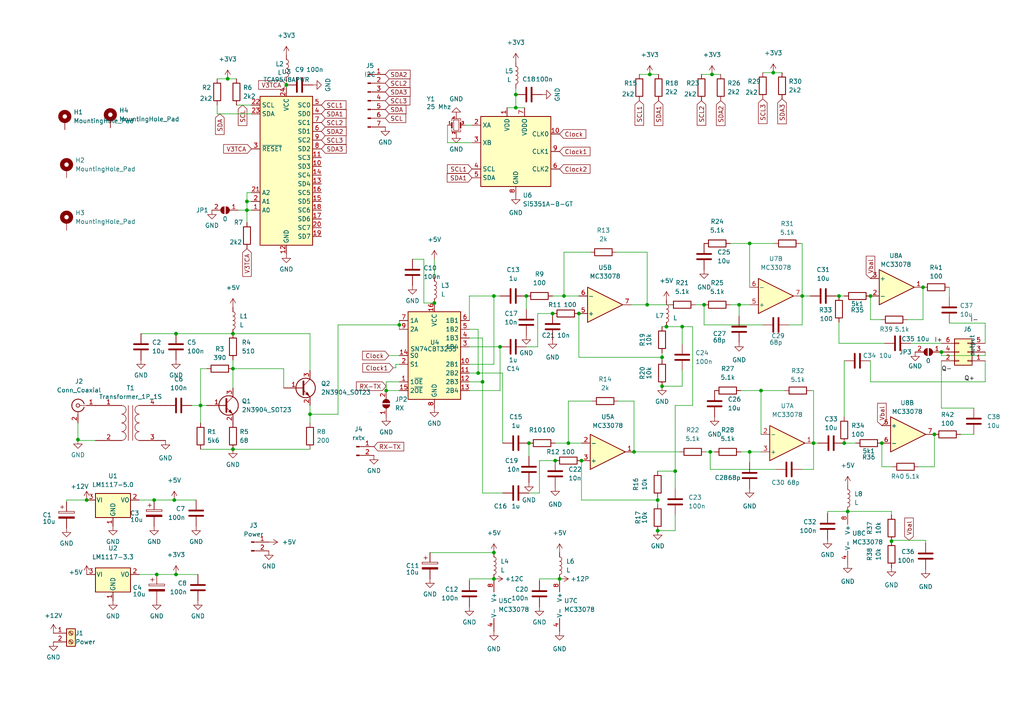
<source format=kicad_sch>
(kicad_sch (version 20230121) (generator eeschema)
  (paper "A4")
  (junction (at 217.424 70.612))
  (junction (at 160.274 90.932))
  (junction (at 164.846 128.524))
  (junction (at 187.706 88.392))
  (junction (at 188.468 21.59))
  (junction (at 67.564 106.934))
  (junction (at 149.606 27.432))
  (junction (at 149.606 31.242))
  (junction (at 66.04 22.86))
  (junction (at 58.166 117.602))
  (junction (at 192.024 112.014))
  (junction (at 197.866 94.742))
  (junction (at 205.994 131.064))
  (junction (at 115.824 94.234))
  (junction (at 67.564 130.302))
  (junction (at 190.754 145.034))
  (junction (at 224.282 21.082))
  (junction (at 71.628 60.96))
  (junction (at 44.704 145.034))
  (junction (at 273.05 102.108))
  (junction (at 67.564 96.774))
  (junction (at 89.916 120.142))
  (junction (at 153.416 128.524))
  (junction (at 220.726 113.284))
  (junction (at 245.872 148.336))
  (junction (at 71.628 58.42))
  (junction (at 51.054 96.774))
  (junction (at 112.014 113.284))
  (junction (at 25.146 145.034))
  (junction (at 232.664 85.852))
  (junction (at 204.216 88.392))
  (junction (at 244.856 128.524))
  (junction (at 192.024 103.632))
  (junction (at 145.034 100.584))
  (junction (at 161.036 133.604))
  (junction (at 193.294 94.742))
  (junction (at 163.576 85.852))
  (junction (at 217.424 131.064))
  (junction (at 190.754 153.924))
  (junction (at 143.256 160.274))
  (junction (at 139.954 110.744))
  (junction (at 255.778 128.524))
  (junction (at 50.546 145.034))
  (junction (at 125.984 87.884))
  (junction (at 143.256 85.852))
  (junction (at 206.502 21.59))
  (junction (at 243.332 85.852))
  (junction (at 258.572 156.972))
  (junction (at 83.058 24.638))
  (junction (at 45.466 166.624))
  (junction (at 138.684 108.204))
  (junction (at 167.894 90.932))
  (junction (at 152.654 85.852))
  (junction (at 235.966 128.524))
  (junction (at 267.716 83.312))
  (junction (at 168.656 133.604))
  (junction (at 143.256 167.894))
  (junction (at 51.054 166.624))
  (junction (at 195.834 136.652))
  (junction (at 271.018 125.984))
  (junction (at 162.306 167.894))
  (junction (at 252.476 85.852))
  (junction (at 214.376 88.392))
  (junction (at 183.896 131.064))
  (junction (at 22.606 127.508))
  (wire (pts (xy 217.424 70.612) (xy 217.424 83.312)))
  (wire (pts (xy 183.896 131.064) (xy 197.104 131.064)))
  (wire (pts (xy 268.478 157.48) (xy 268.478 156.718)))
  (wire (pts (xy 205.994 131.064) (xy 207.264 131.064)))
  (wire (pts (xy 188.468 21.59) (xy 191.008 21.59)))
  (wire (pts (xy 235.966 128.524) (xy 237.236 128.524)))
  (wire (pts (xy 136.144 108.204) (xy 138.684 108.204)))
  (wire (pts (xy 55.626 117.602) (xy 58.166 117.602)))
  (wire (pts (xy 155.956 100.584) (xy 155.956 90.932)))
  (wire (pts (xy 187.706 73.152) (xy 187.706 88.392)))
  (wire (pts (xy 243.332 93.472) (xy 243.332 99.568)))
  (wire (pts (xy 195.834 117.602) (xy 200.914 117.602)))
  (wire (pts (xy 164.846 128.524) (xy 168.656 128.524)))
  (wire (pts (xy 163.576 73.152) (xy 163.576 85.852)))
  (wire (pts (xy 83.058 24.638) (xy 83.058 25.4)))
  (wire (pts (xy 285.75 110.744) (xy 285.75 104.648)))
  (wire (pts (xy 115.824 110.744) (xy 112.014 110.744)))
  (wire (pts (xy 136.144 105.664) (xy 143.256 105.664)))
  (wire (pts (xy 98.044 94.234) (xy 98.044 120.142)))
  (wire (pts (xy 145.034 113.284) (xy 145.034 100.584)))
  (wire (pts (xy 197.866 99.822) (xy 197.866 94.742)))
  (wire (pts (xy 204.724 131.064) (xy 205.994 131.064)))
  (wire (pts (xy 193.294 94.742) (xy 192.024 94.742)))
  (wire (pts (xy 67.564 106.934) (xy 82.296 106.934)))
  (wire (pts (xy 243.332 99.568) (xy 256.54 99.568)))
  (wire (pts (xy 214.376 91.694) (xy 214.376 88.392)))
  (wire (pts (xy 252.476 85.852) (xy 252.476 92.71)))
  (wire (pts (xy 143.256 85.852) (xy 145.034 85.852)))
  (wire (pts (xy 162.306 167.894) (xy 156.464 167.894)))
  (wire (pts (xy 255.524 92.71) (xy 252.476 92.71)))
  (wire (pts (xy 171.704 116.332) (xy 164.846 116.332)))
  (wire (pts (xy 67.564 104.394) (xy 67.564 106.934)))
  (wire (pts (xy 71.628 58.42) (xy 71.628 60.96)))
  (wire (pts (xy 98.044 120.142) (xy 89.916 120.142)))
  (wire (pts (xy 201.676 88.392) (xy 204.216 88.392)))
  (wire (pts (xy 161.036 128.524) (xy 164.846 128.524)))
  (wire (pts (xy 82.296 106.934) (xy 82.296 112.522)))
  (wire (pts (xy 156.464 167.894) (xy 156.464 168.402)))
  (wire (pts (xy 214.884 113.284) (xy 220.726 113.284)))
  (wire (pts (xy 156.464 133.604) (xy 161.036 133.604)))
  (wire (pts (xy 168.656 133.604) (xy 168.656 145.034)))
  (wire (pts (xy 114.808 105.664) (xy 114.808 106.68)))
  (wire (pts (xy 134.874 36.322) (xy 136.906 36.322)))
  (wire (pts (xy 192.024 112.014) (xy 197.866 112.014)))
  (wire (pts (xy 145.796 143.002) (xy 139.954 143.002)))
  (wire (pts (xy 285.75 103.124) (xy 273.05 103.124)))
  (wire (pts (xy 224.536 70.612) (xy 217.424 70.612)))
  (wire (pts (xy 138.684 108.204) (xy 145.796 108.204)))
  (wire (pts (xy 232.664 85.852) (xy 234.95 85.852)))
  (wire (pts (xy 160.274 85.852) (xy 163.576 85.852)))
  (wire (pts (xy 244.856 128.524) (xy 248.158 128.524)))
  (wire (pts (xy 211.836 88.392) (xy 214.376 88.392)))
  (wire (pts (xy 62.992 33.02) (xy 72.898 33.02)))
  (wire (pts (xy 267.716 92.71) (xy 267.716 83.312)))
  (wire (pts (xy 155.956 90.932) (xy 160.274 90.932)))
  (wire (pts (xy 179.324 116.332) (xy 183.896 116.332)))
  (wire (pts (xy 22.606 127.762) (xy 27.686 127.762)))
  (wire (pts (xy 221.234 94.234) (xy 204.216 94.234)))
  (wire (pts (xy 147.066 31.242) (xy 149.606 31.242)))
  (wire (pts (xy 149.606 31.242) (xy 152.146 31.242)))
  (wire (pts (xy 271.018 135.382) (xy 271.018 125.984)))
  (wire (pts (xy 258.572 156.718) (xy 258.572 156.972)))
  (wire (pts (xy 242.57 85.852) (xy 243.332 85.852)))
  (wire (pts (xy 112.014 110.744) (xy 112.014 113.284)))
  (wire (pts (xy 227.584 113.284) (xy 220.726 113.284)))
  (wire (pts (xy 66.04 22.86) (xy 68.58 22.86)))
  (wire (pts (xy 228.854 94.234) (xy 232.664 94.234)))
  (wire (pts (xy 153.416 143.002) (xy 156.464 143.002)))
  (wire (pts (xy 240.03 148.336) (xy 240.03 148.844)))
  (wire (pts (xy 89.916 107.442) (xy 89.916 96.774)))
  (wire (pts (xy 71.628 55.88) (xy 71.628 58.42)))
  (wire (pts (xy 114.808 106.68) (xy 114.046 106.68)))
  (wire (pts (xy 178.816 73.152) (xy 187.706 73.152)))
  (wire (pts (xy 171.196 73.152) (xy 163.576 73.152)))
  (wire (pts (xy 235.204 113.284) (xy 235.966 113.284)))
  (wire (pts (xy 164.846 116.332) (xy 164.846 128.524)))
  (wire (pts (xy 115.824 103.124) (xy 112.776 103.124)))
  (wire (pts (xy 252.476 104.648) (xy 252.476 110.744)))
  (wire (pts (xy 192.024 103.632) (xy 167.894 103.632)))
  (wire (pts (xy 156.464 143.002) (xy 156.464 133.604)))
  (wire (pts (xy 139.954 110.744) (xy 139.954 98.044)))
  (wire (pts (xy 22.606 127.508) (xy 22.606 127.762)))
  (wire (pts (xy 136.144 110.744) (xy 139.954 110.744)))
  (wire (pts (xy 50.546 145.034) (xy 56.896 145.034)))
  (wire (pts (xy 136.144 167.894) (xy 143.256 167.894)))
  (wire (pts (xy 285.75 102.108) (xy 285.75 103.124)))
  (wire (pts (xy 58.166 130.302) (xy 67.564 130.302)))
  (wire (pts (xy 149.606 25.654) (xy 149.606 27.432)))
  (wire (pts (xy 167.894 103.632) (xy 167.894 90.932)))
  (wire (pts (xy 195.834 136.652) (xy 195.834 117.602)))
  (wire (pts (xy 263.144 92.71) (xy 267.716 92.71)))
  (wire (pts (xy 115.824 94.234) (xy 115.824 95.504)))
  (wire (pts (xy 217.424 131.064) (xy 220.726 131.064)))
  (wire (pts (xy 252.476 110.744) (xy 285.75 110.744)))
  (wire (pts (xy 62.992 30.48) (xy 62.992 33.02)))
  (wire (pts (xy 51.054 166.624) (xy 57.404 166.624)))
  (wire (pts (xy 285.75 93.726) (xy 285.75 99.568)))
  (wire (pts (xy 112.014 113.284) (xy 115.824 113.284)))
  (wire (pts (xy 19.304 145.034) (xy 25.146 145.034)))
  (wire (pts (xy 138.684 108.204) (xy 138.684 95.504)))
  (wire (pts (xy 153.416 128.524) (xy 153.416 132.334)))
  (wire (pts (xy 125.984 87.884) (xy 122.936 87.884)))
  (wire (pts (xy 139.954 143.002) (xy 139.954 110.744)))
  (wire (pts (xy 258.572 148.336) (xy 245.872 148.336)))
  (wire (pts (xy 258.572 149.352) (xy 258.572 148.336)))
  (wire (pts (xy 214.376 88.392) (xy 217.424 88.392)))
  (wire (pts (xy 232.664 70.612) (xy 232.664 85.852)))
  (wire (pts (xy 40.386 166.624) (xy 45.466 166.624)))
  (wire (pts (xy 40.894 96.774) (xy 51.054 96.774)))
  (wire (pts (xy 264.16 99.568) (xy 273.05 99.568)))
  (wire (pts (xy 19.304 145.542) (xy 19.304 145.034)))
  (wire (pts (xy 278.638 125.984) (xy 282.448 125.984)))
  (wire (pts (xy 71.628 64.516) (xy 71.628 60.96)))
  (wire (pts (xy 89.916 96.774) (xy 67.564 96.774)))
  (wire (pts (xy 195.834 153.924) (xy 195.834 149.352)))
  (wire (pts (xy 211.836 70.612) (xy 217.424 70.612)))
  (wire (pts (xy 190.754 136.652) (xy 195.834 136.652)))
  (wire (pts (xy 124.714 160.274) (xy 143.256 160.274)))
  (wire (pts (xy 145.034 100.584) (xy 136.144 100.584)))
  (wire (pts (xy 58.166 106.934) (xy 59.944 106.934)))
  (wire (pts (xy 22.606 122.682) (xy 22.606 127.508)))
  (wire (pts (xy 192.024 102.362) (xy 192.024 103.632)))
  (wire (pts (xy 190.754 144.272) (xy 190.754 145.034)))
  (wire (pts (xy 69.088 60.96) (xy 71.628 60.96)))
  (wire (pts (xy 114.808 105.664) (xy 115.824 105.664)))
  (wire (pts (xy 115.824 94.234) (xy 98.044 94.234)))
  (wire (pts (xy 83.058 23.622) (xy 83.058 24.638)))
  (wire (pts (xy 136.144 113.284) (xy 145.034 113.284)))
  (wire (pts (xy 138.684 95.504) (xy 136.144 95.504)))
  (wire (pts (xy 197.866 94.742) (xy 193.294 94.742)))
  (wire (pts (xy 275.336 93.726) (xy 285.75 93.726)))
  (wire (pts (xy 45.466 166.624) (xy 51.054 166.624)))
  (wire (pts (xy 282.448 118.364) (xy 273.05 118.364)))
  (wire (pts (xy 67.564 106.934) (xy 67.564 112.522)))
  (wire (pts (xy 58.166 117.602) (xy 58.166 122.682)))
  (wire (pts (xy 243.332 85.852) (xy 244.856 85.852)))
  (wire (pts (xy 183.896 116.332) (xy 183.896 131.064)))
  (wire (pts (xy 192.024 103.632) (xy 192.024 104.394)))
  (wire (pts (xy 214.884 131.064) (xy 217.424 131.064)))
  (wire (pts (xy 195.834 141.732) (xy 195.834 136.652)))
  (wire (pts (xy 136.144 85.852) (xy 143.256 85.852)))
  (wire (pts (xy 217.424 134.112) (xy 217.424 131.064)))
  (wire (pts (xy 187.706 88.392) (xy 194.056 88.392)))
  (wire (pts (xy 197.866 112.014) (xy 197.866 107.442)))
  (wire (pts (xy 244.856 120.904) (xy 244.856 104.648)))
  (wire (pts (xy 122.936 87.884) (xy 122.936 75.184)))
  (wire (pts (xy 273.05 103.124) (xy 273.05 102.108)))
  (wire (pts (xy 136.144 168.402) (xy 136.144 167.894)))
  (wire (pts (xy 266.446 135.382) (xy 271.018 135.382)))
  (wire (pts (xy 152.654 85.852) (xy 152.654 89.662)))
  (wire (pts (xy 224.282 21.082) (xy 226.822 21.082)))
  (wire (pts (xy 204.216 94.234) (xy 204.216 88.392)))
  (wire (pts (xy 220.726 113.284) (xy 220.726 125.984)))
  (wire (pts (xy 255.778 128.524) (xy 255.778 135.382)))
  (wire (pts (xy 275.336 83.312) (xy 275.336 86.106)))
  (wire (pts (xy 232.664 94.234) (xy 232.664 85.852)))
  (wire (pts (xy 58.166 117.602) (xy 58.166 106.934)))
  (wire (pts (xy 258.826 135.382) (xy 255.778 135.382)))
  (wire (pts (xy 232.156 70.612) (xy 232.664 70.612)))
  (wire (pts (xy 235.966 113.284) (xy 235.966 128.524)))
  (wire (pts (xy 206.502 21.59) (xy 209.042 21.59)))
  (wire (pts (xy 190.754 153.924) (xy 195.834 153.924)))
  (wire (pts (xy 190.754 145.034) (xy 190.754 146.304)))
  (wire (pts (xy 143.256 105.664) (xy 143.256 85.852)))
  (wire (pts (xy 273.05 118.364) (xy 273.05 104.648)))
  (wire (pts (xy 136.144 92.964) (xy 136.144 85.852)))
  (wire (pts (xy 51.054 96.774) (xy 67.564 96.774)))
  (wire (pts (xy 122.936 75.184) (xy 119.634 75.184)))
  (wire (pts (xy 44.704 145.034) (xy 50.546 145.034)))
  (wire (pts (xy 185.42 21.59) (xy 188.468 21.59)))
  (wire (pts (xy 125.984 75.184) (xy 125.984 80.264)))
  (wire (pts (xy 268.478 156.718) (xy 258.572 156.718)))
  (wire (pts (xy 62.992 22.86) (xy 66.04 22.86)))
  (wire (pts (xy 40.386 145.034) (xy 44.704 145.034)))
  (wire (pts (xy 200.914 94.742) (xy 197.866 94.742)))
  (wire (pts (xy 183.134 88.392) (xy 187.706 88.392)))
  (wire (pts (xy 115.824 92.964) (xy 115.824 94.234)))
  (wire (pts (xy 129.794 36.322) (xy 129.794 41.402)))
  (wire (pts (xy 89.916 120.142) (xy 89.916 122.682)))
  (wire (pts (xy 200.914 117.602) (xy 200.914 94.742)))
  (wire (pts (xy 163.576 85.852) (xy 167.894 85.852)))
  (wire (pts (xy 67.564 130.302) (xy 89.916 130.302)))
  (wire (pts (xy 149.606 27.432) (xy 149.606 31.242)))
  (wire (pts (xy 203.454 21.59) (xy 206.502 21.59)))
  (wire (pts (xy 58.166 117.602) (xy 59.944 117.602)))
  (wire (pts (xy 152.654 100.584) (xy 155.956 100.584)))
  (wire (pts (xy 205.994 136.144) (xy 205.994 131.064)))
  (wire (pts (xy 145.796 108.204) (xy 145.796 128.524)))
  (wire (pts (xy 235.966 136.144) (xy 235.966 128.524)))
  (wire (pts (xy 225.044 136.144) (xy 205.994 136.144)))
  (wire (pts (xy 245.872 148.336) (xy 240.03 148.336)))
  (wire (pts (xy 232.664 136.144) (xy 235.966 136.144)))
  (wire (pts (xy 168.656 145.034) (xy 190.754 145.034)))
  (wire (pts (xy 139.954 98.044) (xy 136.144 98.044)))
  (wire (pts (xy 72.898 58.42) (xy 71.628 58.42)))
  (wire (pts (xy 129.794 41.402) (xy 136.906 41.402)))
  (wire (pts (xy 221.234 21.082) (xy 224.282 21.082)))
  (wire (pts (xy 72.898 55.88) (xy 71.628 55.88)))
  (wire (pts (xy 71.628 60.96) (xy 72.898 60.96)))
  (wire (pts (xy 68.58 30.48) (xy 72.898 30.48)))
  (wire (pts (xy 89.916 117.602) (xy 89.916 120.142)))
  (label "Q-" (at 273.05 107.95 0))
  (label "I+" (at 271.018 99.568 0))
  (label "I-" (at 281.432 93.726 0))
  (label "Q+" (at 279.654 110.744 0))
  (global_label "SCL" (shape input) (at 70.358 30.48 270) (property "Intersheetrefs" "${INTERSHEET_REFS}" (effects hide)))
  (global_label "SCL1" (shape input) (at 185.42 29.21 270) (property "Intersheetrefs" "${INTERSHEET_REFS}" (effects hide)))
  (global_label "SDA1" (shape input) (at 136.906 51.562 180) (property "Intersheetrefs" "${INTERSHEET_REFS}" (effects hide)))
  (global_label "Vbal" (shape input) (at 255.778 123.444 90) (property "Intersheetrefs" "${INTERSHEET_REFS}" (effects hide)))
  (global_label "Clock1" (shape input) (at 162.306 43.942 0) (property "Intersheetrefs" "${INTERSHEET_REFS}" (effects hide)))
  (global_label "Clock2" (shape input) (at 162.306 49.022 0) (property "Intersheetrefs" "${INTERSHEET_REFS}" (effects hide)))
  (global_label "RX-TX" (shape input) (at 112.014 112.014 180) (property "Intersheetrefs" "${INTERSHEET_REFS}" (effects hide)))
  (global_label "SCL3" (shape input) (at 93.218 40.64 0) (property "Intersheetrefs" "${INTERSHEET_REFS}" (effects hide)))
  (global_label "V3TCA" (shape input) (at 71.628 72.136 270) (property "Intersheetrefs" "${INTERSHEET_REFS}" (effects hide)))
  (global_label "SCL2" (shape input) (at 203.454 29.21 270) (property "Intersheetrefs" "${INTERSHEET_REFS}" (effects hide)))
  (global_label "SDA" (shape input) (at 63.754 33.02 270) (property "Intersheetrefs" "${INTERSHEET_REFS}" (effects hide)))
  (global_label "SDA3" (shape input) (at 93.218 43.18 0) (property "Intersheetrefs" "${INTERSHEET_REFS}" (effects hide)))
  (global_label "RX-TX" (shape input) (at 108.458 129.54 0) (property "Intersheetrefs" "${INTERSHEET_REFS}" (effects hide)))
  (global_label "SDA2" (shape input) (at 111.76 21.59 0) (property "Intersheetrefs" "${INTERSHEET_REFS}" (effects hide)))
  (global_label "SDA3" (shape input) (at 111.76 26.67 0) (property "Intersheetrefs" "${INTERSHEET_REFS}" (effects hide)))
  (global_label "V3TCA" (shape input) (at 83.058 24.638 180) (property "Intersheetrefs" "${INTERSHEET_REFS}" (effects hide)))
  (global_label "SCL2" (shape input) (at 93.218 35.56 0) (property "Intersheetrefs" "${INTERSHEET_REFS}" (effects hide)))
  (global_label "SCL1" (shape input) (at 93.218 30.48 0) (property "Intersheetrefs" "${INTERSHEET_REFS}" (effects hide)))
  (global_label "Vbal" (shape input) (at 263.652 156.718 90) (property "Intersheetrefs" "${INTERSHEET_REFS}" (effects hide)))
  (global_label "SDA" (shape input) (at 111.76 31.75 0) (property "Intersheetrefs" "${INTERSHEET_REFS}" (effects hide)))
  (global_label "Clock1" (shape input) (at 114.046 106.68 180) (property "Intersheetrefs" "${INTERSHEET_REFS}" (effects hide)))
  (global_label "SDA2" (shape input) (at 93.218 38.1 0) (property "Intersheetrefs" "${INTERSHEET_REFS}" (effects hide)))
  (global_label "SDA2" (shape input) (at 209.042 29.21 270) (property "Intersheetrefs" "${INTERSHEET_REFS}" (effects hide)))
  (global_label "Clock" (shape input) (at 162.306 38.862 0) (property "Intersheetrefs" "${INTERSHEET_REFS}" (effects hide)))
  (global_label "Vbal" (shape input) (at 252.476 80.772 90) (property "Intersheetrefs" "${INTERSHEET_REFS}" (effects hide)))
  (global_label "SCL3" (shape input) (at 111.76 29.21 0) (property "Intersheetrefs" "${INTERSHEET_REFS}" (effects hide)))
  (global_label "SDA1" (shape input) (at 191.008 29.21 270) (property "Intersheetrefs" "${INTERSHEET_REFS}" (effects hide)))
  (global_label "V3TCA" (shape input) (at 72.898 43.18 180) (property "Intersheetrefs" "${INTERSHEET_REFS}" (effects hide)))
  (global_label "SDA3" (shape input) (at 226.822 28.702 270) (property "Intersheetrefs" "${INTERSHEET_REFS}" (effects hide)))
  (global_label "SCL2" (shape input) (at 111.76 24.13 0) (property "Intersheetrefs" "${INTERSHEET_REFS}" (effects hide)))
  (global_label "SCL" (shape input) (at 111.76 34.29 0) (property "Intersheetrefs" "${INTERSHEET_REFS}" (effects hide)))
  (global_label "SDA1" (shape input) (at 93.218 33.02 0) (property "Intersheetrefs" "${INTERSHEET_REFS}" (effects hide)))
  (global_label "Clock" (shape input) (at 112.776 103.124 180) (property "Intersheetrefs" "${INTERSHEET_REFS}" (effects hide)))
  (global_label "SCL3" (shape input) (at 221.234 28.702 270) (property "Intersheetrefs" "${INTERSHEET_REFS}" (effects hide)))
  (global_label "SCL1" (shape input) (at 136.906 49.022 180) (property "Intersheetrefs" "${INTERSHEET_REFS}" (effects hide)))
  (symbol (lib_id "power:+5V") (at 193.294 87.122 0) (unit 1)
    (property "Reference" "#PWR054" (effects hide))
    (property "Value" "+5V" (at 193.294 81.407 0))
  )
  (symbol (lib_id "Device:C_Polarized") (at 44.704 148.844 0) (unit 1)
    (property "Reference" "C3" (at 37.719 148.844 0) (effects (justify left)))
    (property "Value" "10u" (at 37.719 150.749 0) (effects (justify left)))
    (property "Footprint" "Capacitor_THT:C_Radial_D10.0mm_H12.5mm_P5.00mm" (effects hide))
  )
  (symbol (lib_id "Device:C") (at 268.478 161.29 0) (mirror x) (unit 1)
    (property "Reference" "C36" (at 265.303 160.0199 0) (effects (justify right)))
    (property "Value" "100n" (at 265.303 162.5599 0) (effects (justify right)))
    (property "Footprint" "Capacitor_SMD:C_0805_2012Metric" (effects hide))
  )
  (symbol (lib_id "Device:C") (at 248.666 104.648 90) (unit 1)
    (property "Reference" "C34" (at 252.222 103.124 90))
    (property "Value" "10u" (at 256.794 103.124 90))
    (property "Footprint" "Capacitor_SMD:C_0805_2012Metric" (effects hide))
  )
  (symbol (lib_id "power:GND") (at 143.256 183.134 0) (unit 1)
    (property "Reference" "#PWR039" (effects hide))
    (property "Value" "GND" (at 143.256 188.214 0))
  )
  (symbol (lib_id "Jumper:SolderJumper_2_Open") (at 112.014 117.094 90) (unit 1)
    (property "Reference" "JP2" (at 114.554 115.8239 90) (effects (justify right)))
    (property "Value" "RX" (at 114.554 118.3639 90) (effects (justify right)))
    (property "Footprint" "Jumper:SolderJumper-2_P1.3mm_Open_Pad1.0x1.5mm" (effects hide))
  )
  (symbol (lib_id "Oscillator:Si5351A-B-GT") (at 149.606 43.942 0) (unit 1)
    (property "Reference" "U6" (at 151.6254 56.642 0) (effects (justify left)))
    (property "Value" "Si5351A-B-GT" (at 151.6254 59.182 0) (effects (justify left)))
    (property "Footprint" "Package_SO:MSOP-10_3x3mm_P0.5mm" (effects hide))
    (property "Datasheet" "https://www.silabs.com/documents/public/data-sheets/Si5351-B.pdf" (effects hide))
  )
  (symbol (lib_id "power:GND") (at 149.606 56.642 0) (unit 1)
    (property "Reference" "#PWR041" (effects hide))
    (property "Value" "GND" (at 149.606 61.722 0))
  )
  (symbol (lib_id "Device:C") (at 225.044 94.234 90) (unit 1)
    (property "Reference" "C29" (at 225.679 97.409 90))
    (property "Value" "68p" (at 225.044 99.314 90))
    (property "Footprint" "Capacitor_SMD:C_0805_2012Metric" (effects hide))
  )
  (symbol (lib_id "Device:C") (at 119.634 78.994 180) (unit 1)
    (property "Reference" "C10" (at 122.809 77.7239 0) (effects (justify right)))
    (property "Value" "100n" (at 122.809 80.2639 0) (effects (justify right)))
    (property "Footprint" "Capacitor_SMD:C_0805_2012Metric" (effects hide))
  )
  (symbol (lib_id "power:+3.3V") (at 206.502 21.59 0) (unit 1)
    (property "Reference" "#PWR056" (effects hide))
    (property "Value" "+3.3V" (at 206.502 15.875 0))
  )
  (symbol (lib_id "power:GND") (at 207.264 120.904 0) (unit 1)
    (property "Reference" "#PWR057" (effects hide))
    (property "Value" "GND" (at 207.264 125.984 0))
  )
  (symbol (lib_id "Analog_Switch:SN74CBT3253") (at 125.984 103.124 0) (unit 1)
    (property "Reference" "U4" (at 124.714 99.314 0) (effects (justify left)))
    (property "Value" "SN74CBT3253" (at 118.999 101.219 0) (effects (justify left)))
    (property "Footprint" "Package_SO:TSSOP-16_4.4x5mm_P0.65mm" (effects hide))
    (property "Datasheet" "http://www.ti.com/lit/gpn/sn74cbt3253" (effects hide))
  )
  (symbol (lib_id "power:GND") (at 45.466 174.244 0) (unit 1)
    (property "Reference" "#PWR011" (effects hide))
    (property "Value" "GND" (at 45.466 178.689 0))
  )
  (symbol (lib_id "power:GND") (at 32.766 152.654 0) (unit 1)
    (property "Reference" "#PWR07" (effects hide))
    (property "Value" "GND" (at 32.766 157.099 0))
  )
  (symbol (lib_id "Device:C") (at 149.606 143.002 270) (unit 1)
    (property "Reference" "C16" (at 145.161 146.812 90))
    (property "Value" "1u" (at 149.606 146.812 90))
    (property "Footprint" "Capacitor_SMD:C_0805_2012Metric" (effects hide))
  )
  (symbol (lib_id "power:+3.3V") (at 149.606 18.034 0) (unit 1)
    (property "Reference" "#PWR040" (effects hide))
    (property "Value" "+3.3V" (at 149.606 12.319 0))
  )
  (symbol (lib_id "power:GND") (at 51.054 104.394 0) (unit 1)
    (property "Reference" "#PWR014" (effects hide))
    (property "Value" "GND" (at 51.054 108.839 0))
  )
  (symbol (lib_id "power:GND") (at 90.678 24.638 90) (mirror x) (unit 1)
    (property "Reference" "#PWR026" (effects hide))
    (property "Value" "GND" (at 95.123 24.638 0))
  )
  (symbol (lib_id "Connector_Generic:Conn_02x03_Odd_Even") (at 280.67 102.108 180) (unit 1)
    (property "Reference" "J6" (at 279.4 95.504 0) (effects (justify right)))
    (property "Value" "output" (at 281.94 103.3779 90) (effects (justify right)))
    (property "Footprint" "Connector_PinHeader_2.54mm:PinHeader_2x03_P2.54mm_Vertical" (effects hide))
  )
  (symbol (lib_id "Amplifier_Operational:MC33078") (at 176.276 131.064 0) (mirror x) (unit 1)
    (property "Reference" "U5" (at 176.276 120.904 0))
    (property "Value" "MC33078" (at 176.276 123.444 0))
    (property "Footprint" "Package_SO:SO-8_3.9x4.9mm_P1.27mm" (effects hide))
    (property "Datasheet" "https://www.onsemi.com/pub/Collateral/MC33078-D.PDF" (effects hide))
  )
  (symbol (lib_id "tube:2N3904_SOT23") (at 87.376 112.522 0) (unit 1)
    (property "Reference" "Q2" (at 93.091 111.2519 0) (effects (justify left)))
    (property "Value" "2N3904_SOT23" (at 93.091 113.7919 0) (effects (justify left)))
    (property "Footprint" "Package_TO_SOT_SMD:SOT-23" (effects hide))
  )
  (symbol (lib_id "Device:R") (at 68.58 26.67 0) (unit 1)
    (property "Reference" "R6" (at 70.485 25.3999 0) (effects (justify left)))
    (property "Value" "2k2" (at 70.485 27.9399 0) (effects (justify left)))
    (property "Footprint" "Resistor_SMD:R_0805_2012Metric" (effects hide))
  )
  (symbol (lib_id "Device:R") (at 209.042 25.4 0) (unit 1)
    (property "Reference" "R26" (at 210.947 24.1299 0) (effects (justify left)))
    (property "Value" "2k2" (at 210.947 26.6699 0) (effects (justify left)))
    (property "Footprint" "Resistor_SMD:R_0805_2012Metric" (effects hide))
  )
  (symbol (lib_id "power:+5V") (at 67.564 89.154 0) (unit 1)
    (property "Reference" "#PWR020" (effects hide))
    (property "Value" "+5V" (at 67.564 83.439 0))
  )
  (symbol (lib_id "power:+3.3V") (at 188.468 21.59 0) (unit 1)
    (property "Reference" "#PWR051" (effects hide))
    (property "Value" "+3.3V" (at 188.468 15.875 0))
  )
  (symbol (lib_id "Device:C") (at 148.844 85.852 270) (unit 1)
    (property "Reference" "C13" (at 148.844 78.232 90))
    (property "Value" "1u" (at 148.844 80.772 90))
    (property "Footprint" "Capacitor_SMD:C_0805_2012Metric" (effects hide))
  )
  (symbol (lib_id "power:GND") (at 214.376 99.314 0) (unit 1)
    (property "Reference" "#PWR058" (effects hide))
    (property "Value" "GND" (at 214.376 104.394 0))
  )
  (symbol (lib_id "power:GND") (at 61.468 60.96 0) (mirror y) (unit 1)
    (property "Reference" "#PWR018" (effects hide))
    (property "Value" "GND" (at 61.468 65.405 0))
  )
  (symbol (lib_id "Device:C") (at 149.606 128.524 270) (unit 1)
    (property "Reference" "C15" (at 149.606 120.904 90))
    (property "Value" "1u" (at 149.606 123.444 90))
    (property "Footprint" "Capacitor_SMD:C_0805_2012Metric" (effects hide))
  )
  (symbol (lib_id "Regulator_Linear:LM1117-5.0") (at 32.766 145.034 0) (unit 1)
    (property "Reference" "U1" (at 32.766 138.049 0))
    (property "Value" "LM1117-5.0" (at 32.766 140.589 0))
    (property "Footprint" "Package_TO_SOT_SMD:SOT-223-3_TabPin2" (effects hide))
    (property "Datasheet" "http://www.ti.com/lit/ds/symlink/lm1117.pdf" (effects hide))
  )
  (symbol (lib_id "power:GND") (at 162.306 183.134 0) (unit 1)
    (property "Reference" "#PWR050" (effects hide))
    (property "Value" "GND" (at 162.306 188.214 0))
  )
  (symbol (lib_id "Device:C_Polarized") (at 19.304 149.352 0) (unit 1)
    (property "Reference" "C1" (at 12.319 149.352 0) (effects (justify left)))
    (property "Value" "10u" (at 12.319 151.257 0) (effects (justify left)))
    (property "Footprint" "Capacitor_THT:C_Radial_D10.0mm_H12.5mm_P5.00mm" (effects hide))
  )
  (symbol (lib_id "power:GND") (at 190.754 153.924 0) (unit 1)
    (property "Reference" "#PWR052" (effects hide))
    (property "Value" "GND" (at 190.754 158.369 0))
  )
  (symbol (lib_id "power:GND") (at 44.704 152.654 0) (unit 1)
    (property "Reference" "#PWR010" (effects hide))
    (property "Value" "GND" (at 44.704 157.099 0))
  )
  (symbol (lib_id "power:GND") (at 132.334 33.782 180) (unit 1)
    (property "Reference" "#PWR034" (effects hide))
    (property "Value" "GND" (at 132.334 28.702 0))
  )
  (symbol (lib_id "Device:R") (at 164.846 133.604 270) (unit 1)
    (property "Reference" "R12" (at 160.401 131.064 90))
    (property "Value" "100" (at 164.846 131.064 90))
    (property "Footprint" "Resistor_SMD:R_0805_2012Metric" (effects hide))
  )
  (symbol (lib_id "power:GND") (at 83.058 73.66 0) (mirror y) (unit 1)
    (property "Reference" "#PWR025" (effects hide))
    (property "Value" "GND" (at 83.058 78.105 0))
  )
  (symbol (lib_id "Device:C_Polarized") (at 45.466 170.434 0) (unit 1)
    (property "Reference" "C4" (at 38.481 170.434 0) (effects (justify left)))
    (property "Value" "10u" (at 38.481 172.339 0) (effects (justify left)))
    (property "Footprint" "Capacitor_THT:C_Radial_D6.3mm_H5.0mm_P2.50mm" (effects hide))
  )
  (symbol (lib_id "Device:R") (at 211.074 113.284 90) (unit 1)
    (property "Reference" "R27" (at 211.074 106.934 90))
    (property "Value" "5.1k" (at 211.074 109.474 90))
    (property "Footprint" "Resistor_SMD:R_0805_2012Metric" (effects hide))
  )
  (symbol (lib_id "power:GND") (at 157.226 27.432 90) (mirror x) (unit 1)
    (property "Reference" "#PWR045" (effects hide))
    (property "Value" "GND" (at 161.671 27.432 0))
  )
  (symbol (lib_id "Interface_Expansion:TCA9548APWR") (at 83.058 48.26 0) (unit 1)
    (property "Reference" "U3" (at 83.058 20.8026 0))
    (property "Value" "TCA9548APWR" (at 83.058 23.114 0))
    (property "Footprint" "Package_SO:TSSOP-24_4.4x7.8mm_P0.65mm" (effects hide))
    (property "Datasheet" "http://www.ti.com/lit/ds/symlink/tca9548a.pdf" (effects hide))
  )
  (symbol (lib_id "power:GND") (at 204.216 78.232 0) (unit 1)
    (property "Reference" "#PWR055" (effects hide))
    (property "Value" "GND" (at 204.216 83.312 0))
  )
  (symbol (lib_id "Device:R") (at 208.026 88.392 270) (unit 1)
    (property "Reference" "R25" (at 208.026 82.042 90))
    (property "Value" "5.1k" (at 208.026 84.582 90))
    (property "Footprint" "Resistor_SMD:R_0805_2012Metric" (effects hide))
  )
  (symbol (lib_id "power:+3.3V") (at 66.04 22.86 0) (unit 1)
    (property "Reference" "#PWR019" (effects hide))
    (property "Value" "+3.3V" (at 66.04 17.145 0))
  )
  (symbol (lib_id "Device:C") (at 238.76 85.852 90) (unit 1)
    (property "Reference" "C31" (at 238.76 78.232 90))
    (property "Value" "10u" (at 238.76 80.772 90))
    (property "Footprint" "Capacitor_SMD:C_0805_2012Metric" (effects hide))
  )
  (symbol (lib_id "Device:R") (at 248.666 85.852 270) (unit 1)
    (property "Reference" "R35" (at 248.666 89.916 90))
    (property "Value" "5k1" (at 248.666 88.138 90))
    (property "Footprint" "Resistor_SMD:R_0805_2012Metric" (effects hide))
  )
  (symbol (lib_id "Device:R") (at 262.636 135.382 270) (unit 1)
    (property "Reference" "R40" (at 260.35 138.176 90))
    (property "Value" "5.1k" (at 264.668 138.176 90))
    (property "Footprint" "Resistor_SMD:R_0805_2012Metric" (effects hide))
  )
  (symbol (lib_id "Device:C_Polarized") (at 124.714 164.084 0) (unit 1)
    (property "Reference" "C11" (at 117.729 164.084 0) (effects (justify left)))
    (property "Value" "10u" (at 117.729 165.989 0) (effects (justify left)))
    (property "Footprint" "Capacitor_SMD:C_1206_3216Metric" (effects hide))
  )
  (symbol (lib_id "Device:C") (at 204.216 74.422 180) (unit 1)
    (property "Reference" "C25" (at 208.026 73.1519 0) (effects (justify right)))
    (property "Value" "10u" (at 208.026 75.6919 0) (effects (justify right)))
    (property "Footprint" "Capacitor_SMD:C_1206_3216Metric" (effects hide))
  )
  (symbol (lib_id "Device:L") (at 245.872 144.526 0) (unit 1)
    (property "Reference" "L8" (at 247.777 143.2559 0) (effects (justify left)))
    (property "Value" "L" (at 247.777 145.7959 0) (effects (justify left)))
    (property "Footprint" "Inductor_SMD:L_0603_1608Metric" (effects hide))
  )
  (symbol (lib_id "Device:R") (at 175.514 116.332 270) (unit 1)
    (property "Reference" "R14" (at 175.514 109.982 90))
    (property "Value" "2k" (at 175.514 112.522 90))
    (property "Footprint" "Resistor_SMD:R_0805_2012Metric" (effects hide))
  )
  (symbol (lib_id "Device:R") (at 190.754 140.462 0) (unit 1)
    (property "Reference" "R16" (at 184.404 140.462 90))
    (property "Value" "10k" (at 186.944 140.462 90))
    (property "Footprint" "Resistor_SMD:R_0805_2012Metric" (effects hide))
  )
  (symbol (lib_id "power:+5V") (at 143.256 160.274 0) (unit 1)
    (property "Reference" "#PWR037" (effects hide))
    (property "Value" "+5V" (at 143.256 154.559 0))
  )
  (symbol (lib_id "Device:R") (at 231.394 113.284 270) (unit 1)
    (property "Reference" "R32" (at 231.394 107.569 90))
    (property "Value" "5.1k" (at 231.394 110.109 90))
    (property "Footprint" "Resistor_SMD:R_0805_2012Metric" (effects hide))
  )
  (symbol (lib_id "power:GND") (at 67.564 130.302 0) (unit 1)
    (property "Reference" "#PWR021" (effects hide))
    (property "Value" "GND" (at 67.564 134.747 0))
  )
  (symbol (lib_id "Amplifier_Operational:MC33078") (at 225.044 85.852 0) (mirror x) (unit 2)
    (property "Reference" "U7" (at 225.044 75.057 0))
    (property "Value" "MC33078" (at 225.044 77.597 0))
    (property "Footprint" "Package_SO:SO-8_3.9x4.9mm_P1.27mm" (effects hide))
    (property "Datasheet" "https://www.onsemi.com/pub/Collateral/MC33078-D.PDF" (effects hide))
  )
  (symbol (lib_id "Jumper:SolderJumper_2_Open") (at 65.278 60.96 180) (unit 1)
    (property "Reference" "JP1" (at 58.674 60.96 0))
    (property "Value" "0" (at 65.278 63.5 0))
    (property "Footprint" "Jumper:SolderJumper-2_P1.3mm_Open_Pad1.0x1.5mm" (effects hide))
  )
  (symbol (lib_id "Device:C") (at 51.054 100.584 180) (unit 1)
    (property "Reference" "C5" (at 54.229 99.3139 0) (effects (justify right)))
    (property "Value" "100n" (at 54.229 101.8539 0) (effects (justify right)))
    (property "Footprint" "Capacitor_SMD:C_0805_2012Metric" (effects hide))
  )
  (symbol (lib_id "Device:R") (at 271.526 83.312 270) (unit 1)
    (property "Reference" "R41" (at 271.526 77.597 90))
    (property "Value" "100" (at 271.526 80.137 90))
    (property "Footprint" "Resistor_SMD:R_0805_2012Metric" (effects hide))
  )
  (symbol (lib_id "Device:R") (at 258.572 153.162 0) (unit 1)
    (property "Reference" "R37" (at 252.222 153.162 90))
    (property "Value" "10k" (at 254.762 153.162 90))
    (property "Footprint" "Resistor_SMD:R_0805_2012Metric" (effects hide))
  )
  (symbol (lib_id "Device:C") (at 153.416 136.144 180) (unit 1)
    (property "Reference" "C19" (at 146.431 133.604 0) (effects (justify right)))
    (property "Value" "10n" (at 147.066 136.144 0) (effects (justify right)))
    (property "Footprint" "Capacitor_SMD:C_0805_2012Metric" (effects hide))
  )
  (symbol (lib_id "Device:R") (at 58.166 126.492 0) (unit 1)
    (property "Reference" "R1" (at 60.071 125.2219 0) (effects (justify left)))
    (property "Value" "5k6" (at 60.071 127.7619 0) (effects (justify left)))
    (property "Footprint" "Resistor_SMD:R_0805_2012Metric" (effects hide))
  )
  (symbol (lib_id "Device:C") (at 57.404 170.434 0) (mirror x) (unit 1)
    (property "Reference" "C8" (at 54.229 169.1639 0) (effects (justify right)))
    (property "Value" "100n" (at 54.229 171.7039 0) (effects (justify right)))
    (property "Footprint" "Capacitor_SMD:C_0805_2012Metric" (effects hide))
  )
  (symbol (lib_id "power:GND") (at 136.144 176.022 0) (mirror y) (unit 1)
    (property "Reference" "#PWR036" (effects hide))
    (property "Value" "GND" (at 136.144 180.467 0))
  )
  (symbol (lib_id "Device:R") (at 192.024 98.552 0) (unit 1)
    (property "Reference" "R19" (at 186.309 98.552 90))
    (property "Value" "10k" (at 188.214 98.552 90))
    (property "Footprint" "Resistor_SMD:R_0805_2012Metric" (effects hide))
  )
  (symbol (lib_id "Mechanical:MountingHole_Pad") (at 19.304 64.262 0) (unit 1)
    (property "Reference" "H3" (at 21.844 61.7219 0) (effects (justify left)))
    (property "Value" "MountingHole_Pad" (at 21.844 64.2619 0) (effects (justify left)))
    (property "Footprint" "MountingHole:MountingHole_3.2mm_M3_Pad_Via" (effects hide))
  )
  (symbol (lib_id "Device:R") (at 164.084 90.932 270) (unit 1)
    (property "Reference" "R11" (at 160.909 88.392 90))
    (property "Value" "100" (at 165.354 88.392 90))
    (property "Footprint" "Resistor_SMD:R_0805_2012Metric" (effects hide))
  )
  (symbol (lib_id "power:GND") (at 152.654 97.282 0) (unit 1)
    (property "Reference" "#PWR042" (effects hide))
    (property "Value" "GND" (at 152.654 102.362 0))
  )
  (symbol (lib_id "Device:R") (at 190.754 150.114 0) (unit 1)
    (property "Reference" "R17" (at 185.039 150.114 90))
    (property "Value" "10k" (at 186.944 150.114 90))
    (property "Footprint" "Resistor_SMD:R_0805_2012Metric" (effects hide))
  )
  (symbol (lib_id "power:+12C") (at 143.256 167.894 270) (unit 1)
    (property "Reference" "#PWR038" (effects hide))
    (property "Value" "+12C" (at 146.431 167.8939 90) (effects (justify left)))
  )
  (symbol (lib_id "power:GND") (at 119.634 82.804 0) (unit 1)
    (property "Reference" "#PWR030" (effects hide))
    (property "Value" "GND" (at 119.634 87.249 0))
  )
  (symbol (lib_id "Mechanical:MountingHole_Pad") (at 18.796 35.052 0) (unit 1)
    (property "Reference" "H1" (at 21.336 32.5119 0) (effects (justify left)))
    (property "Value" "MountingHole_Pad" (at 21.336 35.0519 0) (effects (justify left)))
    (property "Footprint" "MountingHole:MountingHole_3.2mm_M3_Pad_Via" (effects hide))
  )
  (symbol (lib_id "Device:C") (at 160.274 94.742 180) (unit 1)
    (property "Reference" "C21" (at 157.099 97.282 0) (effects (justify right)))
    (property "Value" "10n" (at 161.544 97.282 0) (effects (justify right)))
    (property "Footprint" "Capacitor_SMD:C_0805_2012Metric" (effects hide))
  )
  (symbol (lib_id "Connector:Conn_01x07_Male") (at 106.68 29.21 0) (unit 1)
    (property "Reference" "J5" (at 107.315 19.05 0))
    (property "Value" "I2C" (at 107.315 21.59 0))
    (property "Footprint" "Connector_PinHeader_2.54mm:PinHeader_1x07_P2.54mm_Vertical" (effects hide))
  )
  (symbol (lib_id "Device:R") (at 274.828 125.984 270) (unit 1)
    (property "Reference" "R42" (at 274.828 120.269 90))
    (property "Value" "100" (at 274.828 122.809 90))
    (property "Footprint" "Resistor_SMD:R_0805_2012Metric" (effects hide))
  )
  (symbol (lib_id "Device:Crystal_GND24_Small") (at 132.334 36.322 0) (unit 1)
    (property "Reference" "Y1" (at 124.968 28.702 0))
    (property "Value" "25 Mhz" (at 127.254 30.988 0))
    (property "Footprint" "Crystal:Crystal_SMD_3225-4Pin_3.2x2.5mm" (effects hide))
  )
  (symbol (lib_id "power:+5V") (at 50.546 145.034 0) (unit 1)
    (property "Reference" "#PWR013" (effects hide))
    (property "Value" "+5V" (at 50.546 139.319 0))
  )
  (symbol (lib_id "Device:Transformer_1P_1S") (at 37.846 122.682 0) (unit 1)
    (property "Reference" "T1" (at 37.8587 112.522 0))
    (property "Value" "Transformer_1P_1S" (at 37.8587 115.062 0))
    (property "Footprint" "Transformer_THT:Transformer_Toroid_Horizontal_D14.0mm_Amidon-T50" (effects hide))
  )
  (symbol (lib_id "Mechanical:MountingHole_Pad") (at 19.304 49.022 0) (unit 1)
    (property "Reference" "H2" (at 21.844 46.4819 0) (effects (justify left)))
    (property "Value" "MountingHole_Pad" (at 21.844 49.0219 0) (effects (justify left)))
    (property "Footprint" "MountingHole:MountingHole_3.2mm_M3_Pad_Via" (effects hide))
  )
  (symbol (lib_id "Device:R") (at 191.008 25.4 0) (unit 1)
    (property "Reference" "R18" (at 192.913 24.1299 0) (effects (justify left)))
    (property "Value" "2k2" (at 192.913 26.6699 0) (effects (justify left)))
    (property "Footprint" "Resistor_SMD:R_0805_2012Metric" (effects hide))
  )
  (symbol (lib_id "power:GND") (at 48.006 127.762 0) (unit 1)
    (property "Reference" "#PWR012" (effects hide))
    (property "Value" "GND" (at 48.006 132.842 0))
  )
  (symbol (lib_id "power:+3.3V") (at 224.282 21.082 0) (unit 1)
    (property "Reference" "#PWR060" (effects hide))
    (property "Value" "+3.3V" (at 224.282 15.367 0))
  )
  (symbol (lib_id "power:+5V") (at 25.146 166.624 0) (unit 1)
    (property "Reference" "#PWR06" (effects hide))
    (property "Value" "+5V" (at 21.971 165.989 0))
  )
  (symbol (lib_id "power:GND") (at 245.872 163.576 0) (unit 1)
    (property "Reference" "#PWR063" (effects hide))
    (property "Value" "GND" (at 245.872 168.656 0))
  )
  (symbol (lib_id "Connector:Screw_Terminal_01x02") (at 20.574 183.642 0) (unit 1)
    (property "Reference" "J1" (at 21.844 183.6419 0) (effects (justify left)))
    (property "Value" "Power" (at 21.844 186.1819 0) (effects (justify left)))
    (property "Footprint" "TerminalBlock_MetzConnect:TerminalBlock_MetzConnect_Type011_RT05502HBWC_1x02_P5.00mm_Horizontal" (effects hide))
  )
  (symbol (lib_id "power:+5V") (at 245.872 140.716 0) (unit 1)
    (property "Reference" "#PWR062" (effects hide))
    (property "Value" "+5V" (at 245.872 135.001 0))
  )
  (symbol (lib_id "power:GND") (at 40.894 104.394 0) (unit 1)
    (property "Reference" "#PWR09" (effects hide))
    (property "Value" "GND" (at 40.894 108.839 0))
  )
  (symbol (lib_id "Device:R") (at 62.992 26.67 0) (unit 1)
    (property "Reference" "R2" (at 58.547 25.4 0) (effects (justify left)))
    (property "Value" "2k2" (at 57.912 28.575 0) (effects (justify left)))
    (property "Footprint" "Resistor_SMD:R_0805_2012Metric" (effects hide))
  )
  (symbol (lib_id "Device:L") (at 125.984 84.074 0) (unit 1)
    (property "Reference" "L3" (at 127.889 82.8039 0) (effects (justify left)))
    (property "Value" "L" (at 127.889 85.3439 0) (effects (justify left)))
    (property "Footprint" "Inductor_SMD:L_0603_1608Metric" (effects hide))
  )
  (symbol (lib_id "Device:R") (at 67.564 100.584 180) (unit 1)
    (property "Reference" "R4" (at 70.104 99.3139 0) (effects (justify right)))
    (property "Value" "510" (at 70.104 101.8539 0) (effects (justify right)))
    (property "Footprint" "Resistor_SMD:R_0805_2012Metric" (effects hide))
  )
  (symbol (lib_id "Device:R") (at 197.866 88.392 270) (unit 1)
    (property "Reference" "R21" (at 197.866 82.042 90))
    (property "Value" "5.1k" (at 197.866 84.582 90))
    (property "Footprint" "Resistor_SMD:R_0805_2012Metric" (effects hide))
  )
  (symbol (lib_id "Device:R") (at 89.916 126.492 180) (unit 1)
    (property "Reference" "R8" (at 91.821 125.2219 0) (effects (justify right)))
    (property "Value" "200" (at 91.821 127.7619 0) (effects (justify right)))
    (property "Footprint" "Resistor_SMD:R_0805_2012Metric" (effects hide))
  )
  (symbol (lib_id "Device:C") (at 195.834 145.542 180) (unit 1)
    (property "Reference" "C23" (at 199.644 144.2719 0) (effects (justify right)))
    (property "Value" "100n" (at 199.644 146.8119 0) (effects (justify right)))
    (property "Footprint" "Capacitor_SMD:C_0805_2012Metric" (effects hide))
  )
  (symbol (lib_id "Device:R") (at 251.968 128.524 270) (unit 1)
    (property "Reference" "R36" (at 251.968 132.588 90))
    (property "Value" "5k1" (at 251.968 130.81 90))
    (property "Footprint" "Resistor_SMD:R_0805_2012Metric" (effects hide))
  )
  (symbol (lib_id "Jumper:SolderJumper_2_Open") (at 269.24 102.108 180) (unit 1)
    (property "Reference" "JP3" (at 262.636 102.108 0))
    (property "Value" "0" (at 269.24 104.648 0))
    (property "Footprint" "Jumper:SolderJumper-2_P1.3mm_Open_Pad1.0x1.5mm" (effects hide))
  )
  (symbol (lib_id "Device:R") (at 71.628 68.326 0) (unit 1)
    (property "Reference" "R7" (at 67.818 64.516 0) (effects (justify left)))
    (property "Value" "2k2" (at 66.548 70.231 0) (effects (justify left)))
    (property "Footprint" "Resistor_SMD:R_0805_2012Metric" (effects hide))
  )
  (symbol (lib_id "Device:C") (at 214.376 95.504 180) (unit 1)
    (property "Reference" "C27" (at 206.756 96.774 0) (effects (justify right)))
    (property "Value" "68p" (at 206.756 98.679 0) (effects (justify right)))
    (property "Footprint" "Capacitor_SMD:C_0805_2012Metric" (effects hide))
  )
  (symbol (lib_id "power:+12V") (at 25.146 145.034 0) (unit 1)
    (property "Reference" "#PWR05" (effects hide))
    (property "Value" "+12V" (at 20.447 141.097 0) (effects (justify left)))
  )
  (symbol (lib_id "Device:C") (at 240.03 152.654 0) (mirror x) (unit 1)
    (property "Reference" "C32" (at 236.855 151.3839 0) (effects (justify right)))
    (property "Value" "100n" (at 236.855 153.9239 0) (effects (justify right)))
    (property "Footprint" "Capacitor_SMD:C_0805_2012Metric" (effects hide))
  )
  (symbol (lib_id "power:GND") (at 217.424 141.732 0) (unit 1)
    (property "Reference" "#PWR059" (effects hide))
    (property "Value" "GND" (at 217.424 146.812 0))
  )
  (symbol (lib_id "Device:L") (at 162.306 164.084 0) (unit 1)
    (property "Reference" "L6" (at 164.211 162.8139 0) (effects (justify left)))
    (property "Value" "L" (at 164.211 165.3539 0) (effects (justify left)))
    (property "Footprint" "Inductor_SMD:L_0603_1608Metric" (effects hide))
  )
  (symbol (lib_id "Device:R") (at 157.226 128.524 270) (unit 1)
    (property "Reference" "R10" (at 155.321 124.714 90))
    (property "Value" "100" (at 159.131 124.714 90))
    (property "Footprint" "Resistor_SMD:R_0805_2012Metric" (effects hide))
  )
  (symbol (lib_id "power:+12P") (at 162.306 167.894 270) (unit 1)
    (property "Reference" "#PWR049" (effects hide))
    (property "Value" "+12P" (at 165.481 167.8939 90) (effects (justify left)))
  )
  (symbol (lib_id "Connector:Conn_Coaxial") (at 22.606 117.602 0) (mirror y) (unit 1)
    (property "Reference" "J2" (at 22.9234 110.617 0))
    (property "Value" "Conn_Coaxial" (at 22.9234 113.157 0))
    (property "Footprint" "Connector_Coaxial:SMA_Amphenol_132134_Vertical" (effects hide))
    (property "Datasheet" " ~" (effects hide))
  )
  (symbol (lib_id "power:+12V") (at 15.494 183.642 0) (unit 1)
    (property "Reference" "#PWR01" (effects hide))
    (property "Value" "+12V" (at 15.494 178.562 0))
  )
  (symbol (lib_id "Device:L") (at 149.606 21.844 0) (unit 1)
    (property "Reference" "L5" (at 146.431 20.574 0) (effects (justify left)))
    (property "Value" "L" (at 147.066 23.114 0) (effects (justify left)))
    (property "Footprint" "Inductor_SMD:L_0603_1608Metric" (effects hide))
  )
  (symbol (lib_id "power:GND") (at 56.896 152.654 0) (mirror y) (unit 1)
    (property "Reference" "#PWR016" (effects hide))
    (property "Value" "GND" (at 56.896 157.099 0))
  )
  (symbol (lib_id "Amplifier_Operational:MC33078") (at 164.846 175.514 0) (unit 3)
    (property "Reference" "U7" (at 163.576 174.2439 0) (effects (justify left)))
    (property "Value" "MC33078" (at 163.576 176.7839 0) (effects (justify left)))
    (property "Footprint" "Package_SO:SO-8_3.9x4.9mm_P1.27mm" (effects hide))
    (property "Datasheet" "https://www.onsemi.com/pub/Collateral/MC33078-D.PDF" (effects hide))
  )
  (symbol (lib_id "Device:C") (at 51.816 117.602 90) (unit 1)
    (property "Reference" "C6" (at 51.816 109.982 90))
    (property "Value" "100n" (at 51.816 112.522 90))
    (property "Footprint" "Capacitor_SMD:C_0805_2012Metric" (effects hide))
  )
  (symbol (lib_id "Device:C") (at 40.894 100.584 180) (unit 1)
    (property "Reference" "C2" (at 44.069 99.3139 0) (effects (justify right)))
    (property "Value" "10u" (at 44.069 101.8539 0) (effects (justify right)))
    (property "Footprint" "Capacitor_SMD:C_1206_3216Metric" (effects hide))
  )
  (symbol (lib_id "Amplifier_Operational:MC33078") (at 175.514 88.392 0) (mirror x) (unit 2)
    (property "Reference" "U5" (at 175.514 77.597 0))
    (property "Value" "MC33078" (at 175.514 80.137 0))
    (property "Footprint" "Package_SO:SO-8_3.9x4.9mm_P1.27mm" (effects hide))
    (property "Datasheet" "https://www.onsemi.com/pub/Collateral/MC33078-D.PDF" (effects hide))
  )
  (symbol (lib_id "Device:C") (at 153.416 27.432 270) (mirror x) (unit 1)
    (property "Reference" "C18" (at 153.416 22.987 90))
    (property "Value" "100n" (at 157.861 22.987 90))
    (property "Footprint" "Capacitor_SMD:C_0805_2012Metric" (effects hide))
  )
  (symbol (lib_id "Device:R") (at 192.024 108.204 0) (unit 1)
    (property "Reference" "R20" (at 186.309 108.204 90))
    (property "Value" "10k" (at 188.214 108.204 90))
    (property "Footprint" "Resistor_SMD:R_0805_2012Metric" (effects hide))
  )
  (symbol (lib_id "Device:R") (at 185.42 25.4 0) (unit 1)
    (property "Reference" "R15" (at 180.975 24.13 0) (effects (justify left)))
    (property "Value" "2k2" (at 180.34 27.305 0) (effects (justify left)))
    (property "Footprint" "Resistor_SMD:R_0805_2012Metric" (effects hide))
  )
  (symbol (lib_id "power:GND") (at 22.606 127.508 0) (unit 1)
    (property "Reference" "#PWR04" (effects hide))
    (property "Value" "GND" (at 22.606 131.953 0))
  )
  (symbol (lib_id "Amplifier_Operational:MC33078") (at 263.398 125.984 0) (unit 2)
    (property "Reference" "U8" (at 263.144 116.84 0))
    (property "Value" "MC33078" (at 263.144 119.38 0))
    (property "Footprint" "Package_SO:SO-8_3.9x4.9mm_P1.27mm" (effects hide))
    (property "Datasheet" "https://www.onsemi.com/pub/Collateral/MC33078-D.PDF" (effects hide))
  )
  (symbol (lib_id "Device:C") (at 275.336 89.916 180) (unit 1)
    (property "Reference" "C37" (at 278.384 88.6459 0) (effects (justify right)))
    (property "Value" "10u" (at 278.384 91.1859 0) (effects (justify right)))
    (property "Footprint" "Capacitor_SMD:C_0805_2012Metric" (effects hide))
  )
  (symbol (lib_id "Device:R") (at 211.074 131.064 270) (unit 1)
    (property "Reference" "R28" (at 211.074 124.714 90))
    (property "Value" "5.1k" (at 211.074 127.254 90))
    (property "Footprint" "Resistor_SMD:R_0805_2012Metric" (effects hide))
  )
  (symbol (lib_id "power:GND") (at 124.714 167.894 0) (unit 1)
    (property "Reference" "#PWR031" (effects hide))
    (property "Value" "GND" (at 124.714 172.339 0))
  )
  (symbol (lib_id "power:GND") (at 161.036 141.224 0) (unit 1)
    (property "Reference" "#PWR047" (effects hide))
    (property "Value" "GND" (at 161.036 146.304 0))
  )
  (symbol (lib_id "Device:C") (at 136.144 172.212 0) (mirror x) (unit 1)
    (property "Reference" "C12" (at 132.969 170.9419 0) (effects (justify right)))
    (property "Value" "100n" (at 132.969 173.4819 0) (effects (justify right)))
    (property "Footprint" "Capacitor_SMD:C_0805_2012Metric" (effects hide))
  )
  (symbol (lib_id "Amplifier_Operational:MC33078") (at 248.412 155.956 0) (unit 3)
    (property "Reference" "U8" (at 247.142 154.6859 0) (effects (justify left)))
    (property "Value" "MC33078" (at 247.142 157.2259 0) (effects (justify left)))
    (property "Footprint" "Package_SO:SO-8_3.9x4.9mm_P1.27mm" (effects hide))
    (property "Datasheet" "https://www.onsemi.com/pub/Collateral/MC33078-D.PDF" (effects hide))
  )
  (symbol (lib_id "Device:R") (at 244.856 124.714 0) (unit 1)
    (property "Reference" "R34" (at 246.888 123.4439 0) (effects (justify left)))
    (property "Value" "100" (at 246.888 125.9839 0) (effects (justify left)))
    (property "Footprint" "Resistor_SMD:R_0805_2012Metric" (effects hide))
  )
  (symbol (lib_id "Device:R") (at 156.464 85.852 270) (unit 1)
    (property "Reference" "R9" (at 156.464 79.502 90))
    (property "Value" "100" (at 156.464 82.042 90))
    (property "Footprint" "Resistor_SMD:R_0805_2012Metric" (effects hide))
  )
  (symbol (lib_id "Device:C") (at 197.866 103.632 180) (unit 1)
    (property "Reference" "C24" (at 201.676 102.3619 0) (effects (justify right)))
    (property "Value" "100n" (at 201.676 104.9019 0) (effects (justify right)))
    (property "Footprint" "Capacitor_SMD:C_0805_2012Metric" (effects hide))
  )
  (symbol (lib_id "Device:C") (at 260.35 99.568 90) (unit 1)
    (property "Reference" "C35" (at 263.398 98.298 90))
    (property "Value" "10u" (at 267.716 98.298 90))
    (property "Footprint" "Capacitor_SMD:C_0805_2012Metric" (effects hide))
  )
  (symbol (lib_id "Device:R") (at 175.006 73.152 270) (unit 1)
    (property "Reference" "R13" (at 175.006 66.802 90))
    (property "Value" "2k" (at 175.006 69.342 90))
    (property "Footprint" "Resistor_SMD:R_0805_2012Metric" (effects hide))
  )
  (symbol (lib_id "Regulator_Linear:LM1117-3.3") (at 32.766 166.624 0) (unit 1)
    (property "Reference" "U2" (at 32.766 159.004 0))
    (property "Value" "LM1117-3.3" (at 32.766 161.544 0))
    (property "Footprint" "Package_TO_SOT_SMD:SOT-223-3_TabPin2" (effects hide))
    (property "Datasheet" "http://www.ti.com/lit/ds/symlink/lm1117.pdf" (effects hide))
  )
  (symbol (lib_id "power:GND") (at 112.014 120.904 0) (unit 1)
    (property "Reference" "#PWR029" (effects hide))
    (property "Value" "GND" (at 112.014 125.349 0))
  )
  (symbol (lib_id "Device:R") (at 221.234 24.892 0) (unit 1)
    (property "Reference" "R29" (at 216.789 23.622 0) (effects (justify left)))
    (property "Value" "2k2" (at 216.154 26.797 0) (effects (justify left)))
    (property "Footprint" "Resistor_SMD:R_0805_2012Metric" (effects hide))
  )
  (symbol (lib_id "Device:R") (at 226.822 24.892 0) (unit 1)
    (property "Reference" "R30" (at 228.727 23.6219 0) (effects (justify left)))
    (property "Value" "2k2" (at 228.727 26.1619 0) (effects (justify left)))
    (property "Footprint" "Resistor_SMD:R_0805_2012Metric" (effects hide))
  )
  (symbol (lib_id "power:+5V") (at 125.984 75.184 0) (unit 1)
    (property "Reference" "#PWR032" (effects hide))
    (property "Value" "+5V" (at 125.984 69.469 0))
  )
  (symbol (lib_id "Device:R") (at 200.914 131.064 270) (unit 1)
    (property "Reference" "R22" (at 200.914 124.714 90))
    (property "Value" "5.1k" (at 200.914 127.254 90))
    (property "Footprint" "Resistor_SMD:R_0805_2012Metric" (effects hide))
  )
  (symbol (lib_id "Device:C") (at 207.264 117.094 180) (unit 1)
    (property "Reference" "C26" (at 211.074 115.8239 0) (effects (justify right)))
    (property "Value" "10u" (at 211.074 118.3639 0) (effects (justify right)))
    (property "Footprint" "Capacitor_SMD:C_1206_3216Metric" (effects hide))
  )
  (symbol (lib_id "Device:R") (at 259.334 92.71 270) (unit 1)
    (property "Reference" "R39" (at 257.048 95.504 90))
    (property "Value" "5.1k" (at 261.62 95.504 90))
    (property "Footprint" "Resistor_SMD:R_0805_2012Metric" (effects hide))
  )
  (symbol (lib_id "Device:C") (at 56.896 148.844 0) (mirror x) (unit 1)
    (property "Reference" "C7" (at 53.721 147.5739 0) (effects (justify right)))
    (property "Value" "100n" (at 53.721 150.1139 0) (effects (justify right)))
    (property "Footprint" "Capacitor_SMD:C_0805_2012Metric" (effects hide))
  )
  (symbol (lib_id "power:GND") (at 108.458 132.08 0) (mirror y) (unit 1)
    (property "Reference" "#PWR027" (effects hide))
    (property "Value" "GND" (at 108.458 136.525 0))
  )
  (symbol (lib_id "Device:L") (at 83.058 19.812 0) (unit 1)
    (property "Reference" "L2" (at 79.883 18.542 0) (effects (justify left)))
    (property "Value" "L" (at 80.518 21.082 0) (effects (justify left)))
    (property "Footprint" "Inductor_SMD:L_0603_1608Metric" (effects hide))
  )
  (symbol (lib_id "Device:C") (at 217.424 137.922 180) (unit 1)
    (property "Reference" "C28" (at 207.264 138.557 0) (effects (justify right)))
    (property "Value" "68p" (at 211.074 138.557 0) (effects (justify right)))
    (property "Footprint" "Capacitor_SMD:C_0805_2012Metric" (effects hide))
  )
  (symbol (lib_id "power:GND") (at 132.334 38.862 0) (unit 1)
    (property "Reference" "#PWR035" (effects hide))
    (property "Value" "GND" (at 132.334 43.307 0))
  )
  (symbol (lib_id "Connector:Conn_01x02_Male") (at 72.898 157.226 0) (unit 1)
    (property "Reference" "J3" (at 73.533 152.4 0))
    (property "Value" "Power" (at 73.533 154.94 0))
    (property "Footprint" "Connector_PinHeader_2.54mm:PinHeader_1x02_P2.54mm_Vertical" (effects hide))
  )
  (symbol (lib_id "Device:R") (at 208.026 70.612 90) (unit 1)
    (property "Reference" "R24" (at 208.026 64.262 90))
    (property "Value" "5.1k" (at 208.026 66.802 90))
    (property "Footprint" "Resistor_SMD:R_0805_2012Metric" (effects hide))
  )
  (symbol (lib_id "Device:C") (at 156.464 172.212 0) (mirror x) (unit 1)
    (property "Reference" "C20" (at 153.289 170.9419 0) (effects (justify right)))
    (property "Value" "100n" (at 153.289 173.4819 0) (effects (justify right)))
    (property "Footprint" "Capacitor_SMD:C_0805_2012Metric" (effects hide))
  )
  (symbol (lib_id "power:+3.3V") (at 51.054 166.624 0) (unit 1)
    (property "Reference" "#PWR015" (effects hide))
    (property "Value" "+3.3V" (at 51.054 160.909 0))
  )
  (symbol (lib_id "Device:C") (at 228.854 136.144 90) (unit 1)
    (property "Reference" "C30" (at 225.679 139.954 90))
    (property "Value" "68p" (at 230.124 139.954 90))
    (property "Footprint" "Capacitor_SMD:C_0805_2012Metric" (effects hide))
  )
  (symbol (lib_id "power:GND") (at 125.984 118.364 0) (unit 1)
    (property "Reference" "#PWR033" (effects hide))
    (property "Value" "GND" (at 125.984 122.809 0))
  )
  (symbol (lib_id "power:GND") (at 153.416 139.954 0) (unit 1)
    (property "Reference" "#PWR043" (effects hide))
    (property "Value" "GND" (at 153.416 145.034 0))
  )
  (symbol (lib_id "Amplifier_Operational:MC33078") (at 228.346 128.524 0) (mirror x) (unit 1)
    (property "Reference" "U7" (at 228.346 117.729 0))
    (property "Value" "MC33078" (at 228.346 120.269 0))
    (property "Footprint" "Package_SO:SO-8_3.9x4.9mm_P1.27mm" (effects hide))
    (property "Datasheet" "https://www.onsemi.com/pub/Collateral/MC33078-D.PDF" (effects hide))
  )
  (symbol (lib_id "power:+5V") (at 77.978 157.226 270) (unit 1)
    (property "Reference" "#PWR022" (effects hide))
    (property "Value" "+5V" (at 81.788 157.2259 90) (effects (justify left)))
  )
  (symbol (lib_id "Device:L") (at 193.294 90.932 0) (unit 1)
    (property "Reference" "L7" (at 190.119 91.567 0) (effects (justify left)))
    (property "Value" "L" (at 195.199 92.2019 0) (effects (justify left)))
    (property "Footprint" "Inductor_SMD:L_0603_1608Metric" (effects hide))
  )
  (symbol (lib_id "power:GND") (at 240.03 156.464 0) (mirror y) (unit 1)
    (property "Reference" "#PWR061" (effects hide))
    (property "Value" "GND" (at 240.03 160.909 0))
  )
  (symbol (lib_id "Device:R") (at 67.564 126.492 180) (unit 1)
    (property "Reference" "R5" (at 69.469 125.2219 0) (effects (justify right)))
    (property "Value" "68" (at 69.469 127.7619 0) (effects (justify right)))
    (property "Footprint" "Resistor_SMD:R_0805_2012Metric" (effects hide))
  )
  (symbol (lib_id "Device:C") (at 152.654 93.472 180) (unit 1)
    (property "Reference" "C17" (at 146.304 90.932 0) (effects (justify right)))
    (property "Value" "10n" (at 146.304 93.472 0) (effects (justify right)))
    (property "Footprint" "Capacitor_SMD:C_0805_2012Metric" (effects hide))
  )
  (symbol (lib_id "Device:R") (at 258.572 160.782 0) (unit 1)
    (property "Reference" "R38" (at 252.222 160.782 90))
    (property "Value" "10k" (at 254.762 160.782 90))
    (property "Footprint" "Resistor_SMD:R_0805_2012Metric" (effects hide))
  )
  (symbol (lib_id "Device:C") (at 282.448 122.174 180) (unit 1)
    (property "Reference" "C38" (at 286.258 120.9039 0) (effects (justify right)))
    (property "Value" "10u" (at 286.258 123.4439 0) (effects (justify right)))
    (property "Footprint" "Capacitor_SMD:C_0805_2012Metric" (effects hide))
  )
  (symbol (lib_id "Amplifier_Operational:MC33078") (at 145.796 175.514 0) (unit 3)
    (property "Reference" "U5" (at 144.526 174.2439 0) (effects (justify left)))
    (property "Value" "MC33078" (at 144.526 176.7839 0) (effects (justify left)))
    (property "Footprint" "Package_SO:SO-8_3.9x4.9mm_P1.27mm" (effects hide))
    (property "Datasheet" "https://www.onsemi.com/pub/Collateral/MC33078-D.PDF" (effects hide))
  )
  (symbol (lib_id "Device:L") (at 143.256 164.084 0) (unit 1)
    (property "Reference" "L4" (at 145.161 162.8139 0) (effects (justify left)))
    (property "Value" "L" (at 145.161 165.3539 0) (effects (justify left)))
    (property "Footprint" "Inductor_SMD:L_0603_1608Metric" (effects hide))
  )
  (symbol (lib_id "power:GND") (at 32.766 174.244 0) (unit 1)
    (property "Reference" "#PWR08" (effects hide))
    (property "Value" "GND" (at 32.766 178.689 0))
  )
  (symbol (lib_id "power:+3.3V") (at 83.058 16.002 0) (unit 1)
    (property "Reference" "#PWR024" (effects hide))
    (property "Value" "+3.3V" (at 83.058 10.287 0))
  )
  (symbol (lib_id "Device:R") (at 63.754 106.934 90) (unit 1)
    (property "Reference" "R3" (at 63.754 101.219 90))
    (property "Value" "390" (at 63.754 103.759 90))
    (property "Footprint" "Resistor_SMD:R_0805_2012Metric" (effects hide))
  )
  (symbol (lib_id "power:GND") (at 57.404 174.244 0) (mirror y) (unit 1)
    (property "Reference" "#PWR017" (effects hide))
    (property "Value" "GND" (at 57.404 178.689 0))
  )
  (symbol (lib_id "power:GND") (at 19.304 153.162 0) (unit 1)
    (property "Reference" "#PWR03" (effects hide))
    (property "Value" "GND" (at 19.304 157.607 0))
  )
  (symbol (lib_id "Device:C") (at 86.868 24.638 270) (mirror x) (unit 1)
    (property "Reference" "C9" (at 86.868 20.193 90))
    (property "Value" "100n" (at 91.313 20.193 90))
    (property "Footprint" "Capacitor_SMD:C_0805_2012Metric" (effects hide))
  )
  (symbol (lib_id "Device:C") (at 161.036 137.414 180) (unit 1)
    (property "Reference" "C22" (at 164.846 136.1439 0) (effects (justify right)))
    (property "Value" "10n" (at 164.846 138.6839 0) (effects (justify right)))
    (property "Footprint" "Capacitor_SMD:C_0805_2012Metric" (effects hide))
  )
  (symbol (lib_id "power:GND") (at 156.464 176.022 0) (mirror y) (unit 1)
    (property "Reference" "#PWR044" (effects hide))
    (property "Value" "GND" (at 156.464 180.467 0))
  )
  (symbol (lib_id "Device:R") (at 228.346 70.612 270) (unit 1)
    (property "Reference" "R31" (at 228.346 64.897 90))
    (property "Value" "5.1k" (at 228.346 67.437 90))
    (property "Footprint" "Resistor_SMD:R_0805_2012Metric" (effects hide))
  )
  (symbol (lib_id "power:GND") (at 192.024 112.014 0) (unit 1)
    (property "Reference" "#PWR053" (effects hide))
    (property "Value" "GND" (at 192.024 116.459 0))
  )
  (symbol (lib_id "power:GND") (at 265.43 102.108 0) (unit 1)
    (property "Reference" "#PWR065" (effects hide))
    (property "Value" "GND" (at 263.398 106.172 0) (effects (justify left)))
  )
  (symbol (lib_id "power:GND") (at 268.478 165.1 0) (unit 1)
    (property "Reference" "#PWR066" (effects hide))
    (property "Value" "GND" (at 268.478 170.18 0))
  )
  (symbol (lib_id "Device:R") (at 243.332 89.662 180) (unit 1)
    (property "Reference" "R33" (at 237.49 89.916 0) (effects (justify right)))
    (property "Value" "100" (at 237.744 92.456 0) (effects (justify right)))
    (property "Footprint" "Resistor_SMD:R_0805_2012Metric" (effects hide))
  )
  (symbol (lib_id "power:GND") (at 160.274 98.552 0) (unit 1)
    (property "Reference" "#PWR046" (effects hide))
    (property "Value" "GND" (at 160.274 103.632 0))
  )
  (symbol (lib_id "power:GND") (at 15.494 186.182 0) (mirror y) (unit 1)
    (property "Reference" "#PWR02" (effects hide))
    (property "Value" "GND" (at 15.494 190.627 0))
  )
  (symbol (lib_id "Connector:Conn_01x02_Male") (at 103.378 129.54 0) (unit 1)
    (property "Reference" "J4" (at 104.013 124.46 0))
    (property "Value" "rxtx" (at 104.013 127 0))
    (property "Footprint" "Connector_PinHeader_2.54mm:PinHeader_1x02_P2.54mm_Vertical" (effects hide))
  )
  (symbol (lib_id "power:GND") (at 77.978 159.766 0) (mirror y) (unit 1)
    (property "Reference" "#PWR023" (effects hide))
    (property "Value" "GND" (at 77.978 164.211 0))
  )
  (symbol (lib_id "power:+5V") (at 162.306 160.274 0) (unit 1)
    (property "Reference" "#PWR048" (effects hide))
    (property "Value" "+5V" (at 162.306 154.559 0))
  )
  (symbol (lib_id "tube:2N3904_SOT23") (at 65.024 117.602 0) (unit 1)
    (property "Reference" "Q1" (at 70.104 116.3319 0) (effects (justify left)))
    (property "Value" "2N3904_SOT23" (at 70.104 118.8719 0) (effects (justify left)))
    (property "Footprint" "Package_TO_SOT_SMD:SOT-23" (effects hide))
  )
  (symbol (lib_id "Amplifier_Operational:MC33078") (at 260.096 83.312 0) (unit 1)
    (property "Reference" "U8" (at 259.842 74.168 0))
    (property "Value" "MC33078" (at 259.842 76.708 0))
    (property "Footprint" "Package_SO:SO-8_3.9x4.9mm_P1.27mm" (effects hide))
    (property "Datasheet" "https://www.onsemi.com/pub/Collateral/MC33078-D.PDF" (effects hide))
  )
  (symbol (lib_id "power:GND") (at 258.572 164.592 0) (unit 1)
    (property "Reference" "#PWR064" (effects hide))
    (property "Value" "GND" (at 258.572 169.672 0))
  )
  (symbol (lib_id "Device:L") (at 67.564 92.964 0) (unit 1)
    (property "Reference" "L1" (at 69.469 91.6939 0) (effects (justify left)))
    (property "Value" "L" (at 69.469 94.2339 0) (effects (justify left)))
    (property "Footprint" "Inductor_SMD:L_0603_1608Metric" (effects hide))
  )
  (symbol (lib_id "Mechanical:MountingHole_Pad") (at 32.004 34.544 0) (unit 1)
    (property "Reference" "H4" (at 34.544 32.0039 0) (effects (justify left)))
    (property "Value" "MountingHole_Pad" (at 34.544 34.5439 0) (effects (justify left)))
    (property "Footprint" "MountingHole:MountingHole_3.2mm_M3_Pad_Via" (effects hide))
  )
  (symbol (lib_id "Device:C") (at 241.046 128.524 90) (unit 1)
    (property "Reference" "C33" (at 241.046 121.539 90))
    (property "Value" "10u" (at 241.046 124.079 90))
    (property "Footprint" "Capacitor_SMD:C_0805_2012Metric" (effects hide))
  )
  (symbol (lib_id "Device:C") (at 148.844 100.584 270) (unit 1)
    (property "Reference" "C14" (at 148.844 106.934 90))
    (property "Value" "1u" (at 148.844 104.394 90))
    (property "Footprint" "Capacitor_SMD:C_0805_2012Metric" (effects hide))
  )
  (symbol (lib_id "power:GND") (at 111.76 36.83 0) (mirror y) (unit 1)
    (property "Reference" "#PWR028" (effects hide))
    (property "Value" "GND" (at 111.76 41.275 0))
  )
  (symbol (lib_id "Device:R") (at 203.454 25.4 0) (unit 1)
    (property "Reference" "R23" (at 199.009 24.13 0) (effects (justify left)))
    (property "Value" "2k2" (at 198.374 27.305 0) (effects (justify left)))
    (property "Footprint" "Resistor_SMD:R_0805_2012Metric" (effects hide))
  )
)
</source>
